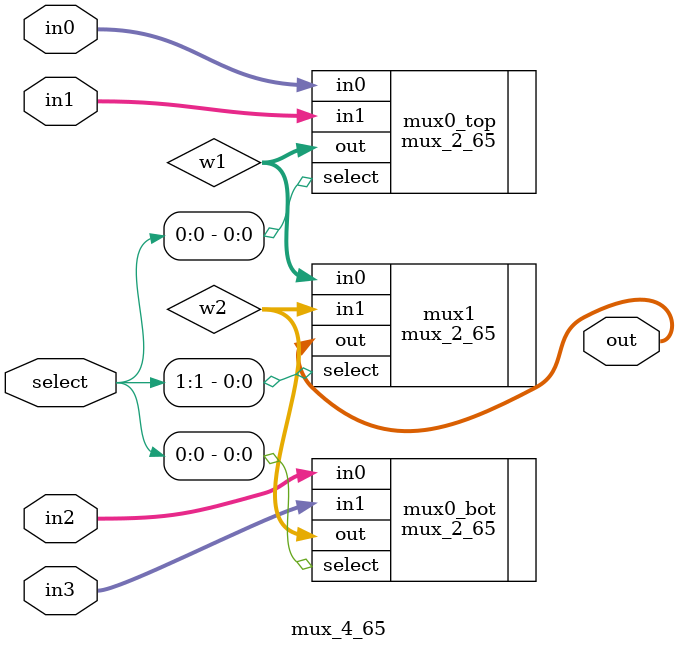
<source format=v>
module mux_4_65(out, select, in0, in1, in2, in3);
    output [64:0] out;
    input [1:0] select;
    input [64:0] in0, in1, in2, in3;
    wire [64:0] w1, w2;

    mux_2_65 mux0_top(.out(w1), .select(select[0]), .in0(in0), .in1(in1));
    mux_2_65 mux0_bot(.out(w2), .select(select[0]), .in0(in2), .in1(in3));
    mux_2_65 mux1(.out(out), .select(select[1]), .in0(w1), .in1(w2));

endmodule

</source>
